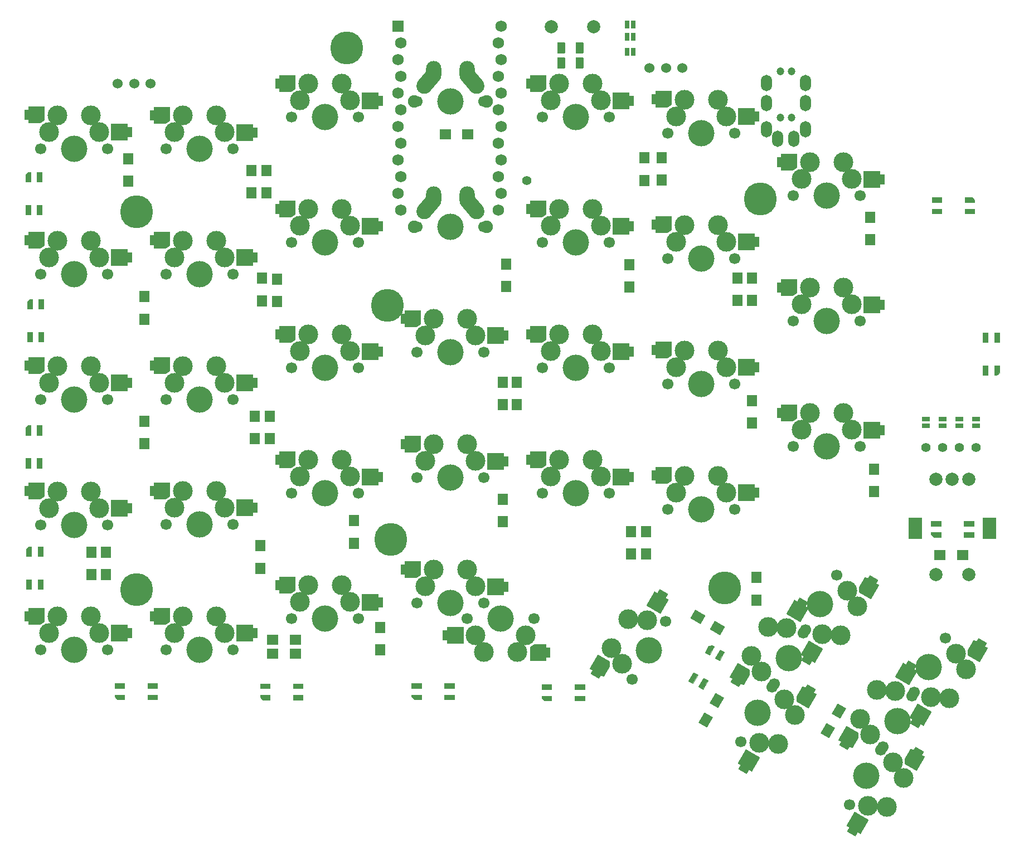
<source format=gts>
G04 #@! TF.GenerationSoftware,KiCad,Pcbnew,(6.0.10)*
G04 #@! TF.CreationDate,2023-03-19T21:25:36+07:00*
G04 #@! TF.ProjectId,ergodash,6572676f-6461-4736-982e-6b696361645f,2.0*
G04 #@! TF.SameCoordinates,Original*
G04 #@! TF.FileFunction,Soldermask,Top*
G04 #@! TF.FilePolarity,Negative*
%FSLAX46Y46*%
G04 Gerber Fmt 4.6, Leading zero omitted, Abs format (unit mm)*
G04 Created by KiCad (PCBNEW (6.0.10)) date 2023-03-19 21:25:36*
%MOMM*%
%LPD*%
G01*
G04 APERTURE LIST*
G04 Aperture macros list*
%AMRoundRect*
0 Rectangle with rounded corners*
0 $1 Rounding radius*
0 $2 $3 $4 $5 $6 $7 $8 $9 X,Y pos of 4 corners*
0 Add a 4 corners polygon primitive as box body*
4,1,4,$2,$3,$4,$5,$6,$7,$8,$9,$2,$3,0*
0 Add four circle primitives for the rounded corners*
1,1,$1+$1,$2,$3*
1,1,$1+$1,$4,$5*
1,1,$1+$1,$6,$7*
1,1,$1+$1,$8,$9*
0 Add four rect primitives between the rounded corners*
20,1,$1+$1,$2,$3,$4,$5,0*
20,1,$1+$1,$4,$5,$6,$7,0*
20,1,$1+$1,$6,$7,$8,$9,0*
20,1,$1+$1,$8,$9,$2,$3,0*%
%AMHorizOval*
0 Thick line with rounded ends*
0 $1 width*
0 $2 $3 position (X,Y) of the first rounded end (center of the circle)*
0 $4 $5 position (X,Y) of the second rounded end (center of the circle)*
0 Add line between two ends*
20,1,$1,$2,$3,$4,$5,0*
0 Add two circle primitives to create the rounded ends*
1,1,$1,$2,$3*
1,1,$1,$4,$5*%
%AMRotRect*
0 Rectangle, with rotation*
0 The origin of the aperture is its center*
0 $1 length*
0 $2 width*
0 $3 Rotation angle, in degrees counterclockwise*
0 Add horizontal line*
21,1,$1,$2,0,0,$3*%
%AMFreePoly0*
4,1,24,2.735355,1.235355,2.750000,1.200000,2.750000,-0.800000,2.748029,-0.804757,2.749028,-0.809806,2.740927,-0.821903,2.735355,-0.835355,2.730600,-0.837325,2.727735,-0.841603,2.127735,-1.241603,2.113450,-1.244429,2.100000,-1.250000,0.300000,-1.250000,0.264645,-1.235355,0.250000,-1.200000,0.250000,-0.750000,-0.350000,-0.750000,-0.350000,0.750000,0.250000,0.750000,0.250000,1.200000,
0.264645,1.235355,0.300000,1.250000,2.700000,1.250000,2.735355,1.235355,2.735355,1.235355,$1*%
%AMFreePoly1*
4,1,17,-0.364645,1.235355,-0.350000,1.200000,-0.350000,0.750000,0.350000,0.750000,0.350000,-0.750000,-0.350000,-0.750000,-0.350000,-1.200000,-0.364645,-1.235355,-0.400000,-1.250000,-2.800000,-1.250000,-2.835355,-1.235355,-2.850000,-1.200000,-2.850000,1.200000,-2.835355,1.235355,-2.800000,1.250000,-0.400000,1.250000,-0.364645,1.235355,-0.364645,1.235355,$1*%
G04 Aperture macros list end*
%ADD10C,0.100000*%
%ADD11RoundRect,0.250000X-0.375000X-0.625000X0.375000X-0.625000X0.375000X0.625000X-0.375000X0.625000X0*%
%ADD12C,5.000000*%
%ADD13C,1.524000*%
%ADD14RotRect,1.800000X1.500000X60.000000*%
%ADD15C,1.700000*%
%ADD16C,1.900000*%
%ADD17C,4.000000*%
%ADD18HorizOval,2.400000X0.578509X0.689440X-0.578509X-0.689440X0*%
%ADD19O,2.300000X3.337000*%
%ADD20HorizOval,2.400000X0.578509X-0.689440X-0.578509X0.689440X0*%
%ADD21R,1.500000X1.800000*%
%ADD22R,1.800000X1.500000*%
%ADD23RotRect,1.800000X1.500000X150.000000*%
%ADD24R,1.143000X0.635000*%
%ADD25C,1.397000*%
%ADD26C,3.000000*%
%ADD27FreePoly0,0.000000*%
%ADD28FreePoly1,0.000000*%
%ADD29FreePoly0,240.000000*%
%ADD30FreePoly1,240.000000*%
%ADD31FreePoly0,180.000000*%
%ADD32FreePoly1,180.000000*%
%ADD33FreePoly0,60.000000*%
%ADD34FreePoly1,60.000000*%
%ADD35C,1.200000*%
%ADD36O,1.700000X2.500000*%
%ADD37R,0.635000X1.143000*%
%ADD38C,2.000000*%
%ADD39R,1.752600X1.752600*%
%ADD40C,1.752600*%
%ADD41R,2.000000X3.200000*%
G04 APERTURE END LIST*
G36*
X80359000Y-63023000D02*
G01*
X79609000Y-63023000D01*
X79609000Y-61923000D01*
X80009000Y-61523000D01*
X80359000Y-61523000D01*
X80359000Y-63023000D01*
G37*
D10*
X80359000Y-63023000D02*
X79609000Y-63023000D01*
X79609000Y-61923000D01*
X80009000Y-61523000D01*
X80359000Y-61523000D01*
X80359000Y-63023000D01*
G36*
X80359000Y-68023000D02*
G01*
X79609000Y-68023000D01*
X79609000Y-66523000D01*
X80359000Y-66523000D01*
X80359000Y-68023000D01*
G37*
X80359000Y-68023000D02*
X79609000Y-68023000D01*
X79609000Y-66523000D01*
X80359000Y-66523000D01*
X80359000Y-68023000D01*
G36*
X82109000Y-63023000D02*
G01*
X81359000Y-63023000D01*
X81359000Y-61523000D01*
X82109000Y-61523000D01*
X82109000Y-63023000D01*
G37*
X82109000Y-63023000D02*
X81359000Y-63023000D01*
X81359000Y-61523000D01*
X82109000Y-61523000D01*
X82109000Y-63023000D01*
G36*
X82109000Y-68023000D02*
G01*
X81359000Y-68023000D01*
X81359000Y-66523000D01*
X82109000Y-66523000D01*
X82109000Y-68023000D01*
G37*
X82109000Y-68023000D02*
X81359000Y-68023000D01*
X81359000Y-66523000D01*
X82109000Y-66523000D01*
X82109000Y-68023000D01*
G36*
X82109000Y-101504000D02*
G01*
X81359000Y-101504000D01*
X81359000Y-100004000D01*
X82109000Y-100004000D01*
X82109000Y-101504000D01*
G37*
X82109000Y-101504000D02*
X81359000Y-101504000D01*
X81359000Y-100004000D01*
X82109000Y-100004000D01*
X82109000Y-101504000D01*
G36*
X80359000Y-106504000D02*
G01*
X79609000Y-106504000D01*
X79609000Y-105004000D01*
X80359000Y-105004000D01*
X80359000Y-106504000D01*
G37*
X80359000Y-106504000D02*
X79609000Y-106504000D01*
X79609000Y-105004000D01*
X80359000Y-105004000D01*
X80359000Y-106504000D01*
G36*
X80359000Y-101504000D02*
G01*
X79609000Y-101504000D01*
X79609000Y-100404000D01*
X80009000Y-100004000D01*
X80359000Y-100004000D01*
X80359000Y-101504000D01*
G37*
X80359000Y-101504000D02*
X79609000Y-101504000D01*
X79609000Y-100404000D01*
X80009000Y-100004000D01*
X80359000Y-100004000D01*
X80359000Y-101504000D01*
G36*
X82109000Y-106504000D02*
G01*
X81359000Y-106504000D01*
X81359000Y-105004000D01*
X82109000Y-105004000D01*
X82109000Y-106504000D01*
G37*
X82109000Y-106504000D02*
X81359000Y-106504000D01*
X81359000Y-105004000D01*
X82109000Y-105004000D01*
X82109000Y-106504000D01*
G36*
X159517600Y-140103600D02*
G01*
X158017600Y-140103600D01*
X158017600Y-139353600D01*
X159517600Y-139353600D01*
X159517600Y-140103600D01*
G37*
X159517600Y-140103600D02*
X158017600Y-140103600D01*
X158017600Y-139353600D01*
X159517600Y-139353600D01*
X159517600Y-140103600D01*
G36*
X159517600Y-141853600D02*
G01*
X158417600Y-141853600D01*
X158017600Y-141453600D01*
X158017600Y-141103600D01*
X159517600Y-141103600D01*
X159517600Y-141853600D01*
G37*
X159517600Y-141853600D02*
X158417600Y-141853600D01*
X158017600Y-141453600D01*
X158017600Y-141103600D01*
X159517600Y-141103600D01*
X159517600Y-141853600D01*
G36*
X164517600Y-141853600D02*
G01*
X163017600Y-141853600D01*
X163017600Y-141103600D01*
X164517600Y-141103600D01*
X164517600Y-141853600D01*
G37*
X164517600Y-141853600D02*
X163017600Y-141853600D01*
X163017600Y-141103600D01*
X164517600Y-141103600D01*
X164517600Y-141853600D01*
G36*
X164517600Y-140103600D02*
G01*
X163017600Y-140103600D01*
X163017600Y-139353600D01*
X164517600Y-139353600D01*
X164517600Y-140103600D01*
G37*
X164517600Y-140103600D02*
X163017600Y-140103600D01*
X163017600Y-139353600D01*
X164517600Y-139353600D01*
X164517600Y-140103600D01*
G36*
X82363000Y-87321000D02*
G01*
X81613000Y-87321000D01*
X81613000Y-85821000D01*
X82363000Y-85821000D01*
X82363000Y-87321000D01*
G37*
X82363000Y-87321000D02*
X81613000Y-87321000D01*
X81613000Y-85821000D01*
X82363000Y-85821000D01*
X82363000Y-87321000D01*
G36*
X80613000Y-87321000D02*
G01*
X79863000Y-87321000D01*
X79863000Y-85821000D01*
X80613000Y-85821000D01*
X80613000Y-87321000D01*
G37*
X80613000Y-87321000D02*
X79863000Y-87321000D01*
X79863000Y-85821000D01*
X80613000Y-85821000D01*
X80613000Y-87321000D01*
G36*
X80613000Y-82321000D02*
G01*
X79863000Y-82321000D01*
X79863000Y-81221000D01*
X80263000Y-80821000D01*
X80613000Y-80821000D01*
X80613000Y-82321000D01*
G37*
X80613000Y-82321000D02*
X79863000Y-82321000D01*
X79863000Y-81221000D01*
X80263000Y-80821000D01*
X80613000Y-80821000D01*
X80613000Y-82321000D01*
G36*
X82363000Y-82321000D02*
G01*
X81613000Y-82321000D01*
X81613000Y-80821000D01*
X82363000Y-80821000D01*
X82363000Y-82321000D01*
G37*
X82363000Y-82321000D02*
X81613000Y-82321000D01*
X81613000Y-80821000D01*
X82363000Y-80821000D01*
X82363000Y-82321000D01*
G36*
X82249000Y-119916000D02*
G01*
X81499000Y-119916000D01*
X81499000Y-118416000D01*
X82249000Y-118416000D01*
X82249000Y-119916000D01*
G37*
X82249000Y-119916000D02*
X81499000Y-119916000D01*
X81499000Y-118416000D01*
X82249000Y-118416000D01*
X82249000Y-119916000D01*
G36*
X82249000Y-124916000D02*
G01*
X81499000Y-124916000D01*
X81499000Y-123416000D01*
X82249000Y-123416000D01*
X82249000Y-124916000D01*
G37*
X82249000Y-124916000D02*
X81499000Y-124916000D01*
X81499000Y-123416000D01*
X82249000Y-123416000D01*
X82249000Y-124916000D01*
G36*
X80499000Y-124916000D02*
G01*
X79749000Y-124916000D01*
X79749000Y-123416000D01*
X80499000Y-123416000D01*
X80499000Y-124916000D01*
G37*
X80499000Y-124916000D02*
X79749000Y-124916000D01*
X79749000Y-123416000D01*
X80499000Y-123416000D01*
X80499000Y-124916000D01*
G36*
X80499000Y-119916000D02*
G01*
X79749000Y-119916000D01*
X79749000Y-118816000D01*
X80149000Y-118416000D01*
X80499000Y-118416000D01*
X80499000Y-119916000D01*
G37*
X80499000Y-119916000D02*
X79749000Y-119916000D01*
X79749000Y-118816000D01*
X80149000Y-118416000D01*
X80499000Y-118416000D01*
X80499000Y-119916000D01*
G36*
X116741000Y-141739000D02*
G01*
X115641000Y-141739000D01*
X115241000Y-141339000D01*
X115241000Y-140989000D01*
X116741000Y-140989000D01*
X116741000Y-141739000D01*
G37*
X116741000Y-141739000D02*
X115641000Y-141739000D01*
X115241000Y-141339000D01*
X115241000Y-140989000D01*
X116741000Y-140989000D01*
X116741000Y-141739000D01*
G36*
X121741000Y-139989000D02*
G01*
X120241000Y-139989000D01*
X120241000Y-139239000D01*
X121741000Y-139239000D01*
X121741000Y-139989000D01*
G37*
X121741000Y-139989000D02*
X120241000Y-139989000D01*
X120241000Y-139239000D01*
X121741000Y-139239000D01*
X121741000Y-139989000D01*
G36*
X121741000Y-141739000D02*
G01*
X120241000Y-141739000D01*
X120241000Y-140989000D01*
X121741000Y-140989000D01*
X121741000Y-141739000D01*
G37*
X121741000Y-141739000D02*
X120241000Y-141739000D01*
X120241000Y-140989000D01*
X121741000Y-140989000D01*
X121741000Y-141739000D01*
G36*
X116741000Y-139989000D02*
G01*
X115241000Y-139989000D01*
X115241000Y-139239000D01*
X116741000Y-139239000D01*
X116741000Y-139989000D01*
G37*
X116741000Y-139989000D02*
X115241000Y-139989000D01*
X115241000Y-139239000D01*
X116741000Y-139239000D01*
X116741000Y-139989000D01*
G36*
X94643000Y-139935000D02*
G01*
X93143000Y-139935000D01*
X93143000Y-139185000D01*
X94643000Y-139185000D01*
X94643000Y-139935000D01*
G37*
X94643000Y-139935000D02*
X93143000Y-139935000D01*
X93143000Y-139185000D01*
X94643000Y-139185000D01*
X94643000Y-139935000D01*
G36*
X99643000Y-141685000D02*
G01*
X98143000Y-141685000D01*
X98143000Y-140935000D01*
X99643000Y-140935000D01*
X99643000Y-141685000D01*
G37*
X99643000Y-141685000D02*
X98143000Y-141685000D01*
X98143000Y-140935000D01*
X99643000Y-140935000D01*
X99643000Y-141685000D01*
G36*
X94643000Y-141685000D02*
G01*
X93543000Y-141685000D01*
X93143000Y-141260000D01*
X93143000Y-140935000D01*
X94643000Y-140935000D01*
X94643000Y-141685000D01*
G37*
X94643000Y-141685000D02*
X93543000Y-141685000D01*
X93143000Y-141260000D01*
X93143000Y-140935000D01*
X94643000Y-140935000D01*
X94643000Y-141685000D01*
G36*
X99643000Y-139935000D02*
G01*
X98143000Y-139935000D01*
X98143000Y-139185000D01*
X99643000Y-139185000D01*
X99643000Y-139935000D01*
G37*
X99643000Y-139935000D02*
X98143000Y-139935000D01*
X98143000Y-139185000D01*
X99643000Y-139185000D01*
X99643000Y-139935000D01*
G36*
X184239385Y-133588217D02*
G01*
X183489385Y-134887256D01*
X182839866Y-134512256D01*
X183389866Y-133559628D01*
X183957927Y-133425717D01*
X184239385Y-133588217D01*
G37*
X184239385Y-133588217D02*
X183489385Y-134887256D01*
X182839866Y-134512256D01*
X183389866Y-133559628D01*
X183957927Y-133425717D01*
X184239385Y-133588217D01*
G36*
X183254929Y-138793344D02*
G01*
X182504929Y-140092383D01*
X181855410Y-139717383D01*
X182605410Y-138418344D01*
X183254929Y-138793344D01*
G37*
X183254929Y-138793344D02*
X182504929Y-140092383D01*
X181855410Y-139717383D01*
X182605410Y-138418344D01*
X183254929Y-138793344D01*
G36*
X181739385Y-137918344D02*
G01*
X180989385Y-139217383D01*
X180339866Y-138842383D01*
X181089866Y-137543344D01*
X181739385Y-137918344D01*
G37*
X181739385Y-137918344D02*
X180989385Y-139217383D01*
X180339866Y-138842383D01*
X181089866Y-137543344D01*
X181739385Y-137918344D01*
G36*
X185754929Y-134463217D02*
G01*
X185004929Y-135762256D01*
X184355410Y-135387256D01*
X185105410Y-134088217D01*
X185754929Y-134463217D01*
G37*
X185754929Y-134463217D02*
X185004929Y-135762256D01*
X184355410Y-135387256D01*
X185105410Y-134088217D01*
X185754929Y-134463217D01*
G36*
X225761600Y-92404000D02*
G01*
X225011600Y-92404000D01*
X225011600Y-90904000D01*
X225761600Y-90904000D01*
X225761600Y-92404000D01*
G37*
X225761600Y-92404000D02*
X225011600Y-92404000D01*
X225011600Y-90904000D01*
X225761600Y-90904000D01*
X225761600Y-92404000D01*
G36*
X227511600Y-87404000D02*
G01*
X226761600Y-87404000D01*
X226761600Y-85904000D01*
X227511600Y-85904000D01*
X227511600Y-87404000D01*
G37*
X227511600Y-87404000D02*
X226761600Y-87404000D01*
X226761600Y-85904000D01*
X227511600Y-85904000D01*
X227511600Y-87404000D01*
G36*
X225761600Y-87404000D02*
G01*
X225011600Y-87404000D01*
X225011600Y-85904000D01*
X225761600Y-85904000D01*
X225761600Y-87404000D01*
G37*
X225761600Y-87404000D02*
X225011600Y-87404000D01*
X225011600Y-85904000D01*
X225761600Y-85904000D01*
X225761600Y-87404000D01*
G36*
X227511600Y-92004000D02*
G01*
X227086600Y-92404000D01*
X226761600Y-92404000D01*
X226761600Y-90904000D01*
X227511600Y-90904000D01*
X227511600Y-92004000D01*
G37*
X227511600Y-92004000D02*
X227086600Y-92404000D01*
X226761600Y-92404000D01*
X226761600Y-90904000D01*
X227511600Y-90904000D01*
X227511600Y-92004000D01*
G36*
X144728000Y-141685000D02*
G01*
X143228000Y-141685000D01*
X143228000Y-140935000D01*
X144728000Y-140935000D01*
X144728000Y-141685000D01*
G37*
X144728000Y-141685000D02*
X143228000Y-141685000D01*
X143228000Y-140935000D01*
X144728000Y-140935000D01*
X144728000Y-141685000D01*
G36*
X139728000Y-139935000D02*
G01*
X138228000Y-139935000D01*
X138228000Y-139185000D01*
X139728000Y-139185000D01*
X139728000Y-139935000D01*
G37*
X139728000Y-139935000D02*
X138228000Y-139935000D01*
X138228000Y-139185000D01*
X139728000Y-139185000D01*
X139728000Y-139935000D01*
G36*
X139728000Y-141685000D02*
G01*
X138628000Y-141685000D01*
X138228000Y-141260000D01*
X138228000Y-140935000D01*
X139728000Y-140935000D01*
X139728000Y-141685000D01*
G37*
X139728000Y-141685000D02*
X138628000Y-141685000D01*
X138228000Y-141260000D01*
X138228000Y-140935000D01*
X139728000Y-140935000D01*
X139728000Y-141685000D01*
G36*
X144728000Y-139935000D02*
G01*
X143228000Y-139935000D01*
X143228000Y-139185000D01*
X144728000Y-139185000D01*
X144728000Y-139935000D01*
G37*
X144728000Y-139935000D02*
X143228000Y-139935000D01*
X143228000Y-139185000D01*
X144728000Y-139185000D01*
X144728000Y-139935000D01*
G36*
X223635000Y-117032000D02*
G01*
X222135000Y-117032000D01*
X222135000Y-116282000D01*
X223635000Y-116282000D01*
X223635000Y-117032000D01*
G37*
X223635000Y-117032000D02*
X222135000Y-117032000D01*
X222135000Y-116282000D01*
X223635000Y-116282000D01*
X223635000Y-117032000D01*
G36*
X223635000Y-115282000D02*
G01*
X222135000Y-115282000D01*
X222135000Y-114532000D01*
X223635000Y-114532000D01*
X223635000Y-115282000D01*
G37*
X223635000Y-115282000D02*
X222135000Y-115282000D01*
X222135000Y-114532000D01*
X223635000Y-114532000D01*
X223635000Y-115282000D01*
G36*
X218635000Y-117032000D02*
G01*
X217535000Y-117032000D01*
X217135000Y-116607000D01*
X217135000Y-116282000D01*
X218635000Y-116282000D01*
X218635000Y-117032000D01*
G37*
X218635000Y-117032000D02*
X217535000Y-117032000D01*
X217135000Y-116607000D01*
X217135000Y-116282000D01*
X218635000Y-116282000D01*
X218635000Y-117032000D01*
G36*
X218635000Y-115282000D02*
G01*
X217135000Y-115282000D01*
X217135000Y-114532000D01*
X218635000Y-114532000D01*
X218635000Y-115282000D01*
G37*
X218635000Y-115282000D02*
X217135000Y-115282000D01*
X217135000Y-114532000D01*
X218635000Y-114532000D01*
X218635000Y-115282000D01*
G36*
X218772800Y-67850400D02*
G01*
X217272800Y-67850400D01*
X217272800Y-67100400D01*
X218772800Y-67100400D01*
X218772800Y-67850400D01*
G37*
X218772800Y-67850400D02*
X217272800Y-67850400D01*
X217272800Y-67100400D01*
X218772800Y-67100400D01*
X218772800Y-67850400D01*
G36*
X223772800Y-65775400D02*
G01*
X223772800Y-66100400D01*
X222272800Y-66100400D01*
X222272800Y-65350400D01*
X223372800Y-65350400D01*
X223772800Y-65775400D01*
G37*
X223772800Y-65775400D02*
X223772800Y-66100400D01*
X222272800Y-66100400D01*
X222272800Y-65350400D01*
X223372800Y-65350400D01*
X223772800Y-65775400D01*
G36*
X218772800Y-66100400D02*
G01*
X217272800Y-66100400D01*
X217272800Y-65350400D01*
X218772800Y-65350400D01*
X218772800Y-66100400D01*
G37*
X218772800Y-66100400D02*
X217272800Y-66100400D01*
X217272800Y-65350400D01*
X218772800Y-65350400D01*
X218772800Y-66100400D01*
G36*
X223772800Y-67850400D02*
G01*
X222272800Y-67850400D01*
X222272800Y-67100400D01*
X223772800Y-67100400D01*
X223772800Y-67850400D01*
G37*
X223772800Y-67850400D02*
X222272800Y-67850400D01*
X222272800Y-67100400D01*
X223772800Y-67100400D01*
X223772800Y-67850400D01*
D11*
X161033000Y-44958000D03*
X163833000Y-44958000D03*
D12*
X134620000Y-81788000D03*
X191245000Y-65644250D03*
X185801000Y-124714000D03*
X96520000Y-67564000D03*
X96520000Y-124968000D03*
D13*
X93639000Y-48133000D03*
X96139000Y-48133000D03*
X98639000Y-48133000D03*
X174411000Y-45720000D03*
X176911000Y-45720000D03*
X179411000Y-45720000D03*
D12*
X135128000Y-117348000D03*
X128397000Y-42672000D03*
D14*
X201461000Y-146379243D03*
X203161000Y-143434757D03*
D15*
X139065000Y-50831750D03*
X149225000Y-50831750D03*
D16*
X149645000Y-50831750D03*
D17*
X144145000Y-50831750D03*
D16*
X138645000Y-50831750D03*
D18*
X140784951Y-47755519D03*
D19*
X141625000Y-46331750D03*
D20*
X147505049Y-47755519D03*
D19*
X146665000Y-46331750D03*
D16*
X149645000Y-69881750D03*
D17*
X144145000Y-69881750D03*
D16*
X138645000Y-69881750D03*
D15*
X149225000Y-69881750D03*
X139065000Y-69881750D03*
D19*
X141625000Y-65381750D03*
D18*
X140784951Y-66805519D03*
D19*
X146665000Y-65381750D03*
D20*
X147505049Y-66805519D03*
D21*
X95250000Y-62914000D03*
X95250000Y-59514000D03*
X97663000Y-83869000D03*
X97663000Y-80469000D03*
X97663000Y-102792000D03*
X97663000Y-99392000D03*
X91846400Y-122654800D03*
X91846400Y-119254800D03*
X113919000Y-64692000D03*
X113919000Y-61292000D03*
X115570000Y-81075000D03*
X115570000Y-77675000D03*
X114427000Y-102030000D03*
X114427000Y-98630000D03*
X115316000Y-121715000D03*
X115316000Y-118315000D03*
X116205000Y-64692000D03*
X116205000Y-61292000D03*
X117856000Y-81202000D03*
X117856000Y-77802000D03*
X116713000Y-102030000D03*
X116713000Y-98630000D03*
X129540000Y-117905000D03*
X129540000Y-114505000D03*
D22*
X143412000Y-55829200D03*
X146812000Y-55829200D03*
D21*
X152654000Y-78916000D03*
X152654000Y-75516000D03*
X152095200Y-114628400D03*
X152095200Y-111228400D03*
X173609000Y-62787000D03*
X173609000Y-59387000D03*
X154228800Y-96899200D03*
X154228800Y-93499200D03*
X171577000Y-119556000D03*
X171577000Y-116156000D03*
X176276000Y-62710800D03*
X176276000Y-59310800D03*
X187756800Y-81049600D03*
X187756800Y-77649600D03*
X189941200Y-99693200D03*
X189941200Y-96293200D03*
X173863000Y-119556000D03*
X173863000Y-116156000D03*
X207873600Y-71804000D03*
X207873600Y-68404000D03*
X189941200Y-81049600D03*
X189941200Y-77649600D03*
X208534000Y-110107200D03*
X208534000Y-106707200D03*
X190627000Y-126541000D03*
X190627000Y-123141000D03*
X89662000Y-122654800D03*
X89662000Y-119254800D03*
D22*
X120572000Y-134747000D03*
X117172000Y-134747000D03*
X120572000Y-132588000D03*
X117172000Y-132588000D03*
D23*
X184702273Y-130824000D03*
X181757787Y-129124000D03*
D14*
X182907200Y-144778086D03*
X184607200Y-141833600D03*
D21*
X133477000Y-134140000D03*
X133477000Y-130740000D03*
X152095200Y-96899200D03*
X152095200Y-93499200D03*
X171297600Y-78966800D03*
X171297600Y-75566800D03*
D24*
X224028000Y-99067620D03*
X224028000Y-100068380D03*
D25*
X216408000Y-103378000D03*
X218948000Y-103378000D03*
X221488000Y-103378000D03*
X224028000Y-103378000D03*
D15*
X130175000Y-110363000D03*
D26*
X128905000Y-107823000D03*
X121285000Y-107822999D03*
X127635000Y-105283000D03*
D17*
X125095000Y-110363000D03*
D15*
X120015000Y-110363000D03*
D26*
X122555000Y-105283000D03*
D27*
X117895000Y-105263000D03*
D28*
X133595000Y-107863000D03*
D15*
X188250000Y-148099709D03*
D26*
X196459409Y-144040595D03*
X191084705Y-148269857D03*
X194894705Y-141670744D03*
D15*
X193330000Y-139300891D03*
D17*
X190790000Y-143700300D03*
D26*
X193919409Y-148440005D03*
D29*
X198806730Y-140014917D03*
D30*
X188705064Y-152311516D03*
D26*
X147955000Y-131953000D03*
X149225000Y-134493000D03*
D15*
X146685000Y-129413000D03*
D26*
X154305000Y-134493000D03*
X155575000Y-131953001D03*
D17*
X151765000Y-129413000D03*
D15*
X156845000Y-129413000D03*
D31*
X158965000Y-134513000D03*
D32*
X143265000Y-131913000D03*
D15*
X100965000Y-134112000D03*
D26*
X103505000Y-129032000D03*
X102235000Y-131571999D03*
D15*
X111125000Y-134112000D03*
D26*
X109855000Y-131572000D03*
D17*
X106045000Y-134112000D03*
D26*
X108585000Y-129032000D03*
D27*
X98845000Y-129012000D03*
D28*
X114545000Y-131612000D03*
D26*
X208921091Y-140236595D03*
D17*
X212050500Y-144976300D03*
D26*
X211755795Y-140406743D03*
X206381091Y-144636005D03*
X207945795Y-147005856D03*
D15*
X214590500Y-140576891D03*
X209510500Y-149375709D03*
D33*
X204033770Y-148661683D03*
D34*
X214135436Y-136365084D03*
D26*
X128905000Y-50673000D03*
X127635000Y-48133000D03*
D15*
X130175000Y-53213000D03*
X120015000Y-53213000D03*
D17*
X125095000Y-53213000D03*
D26*
X121285000Y-50672999D03*
X122555000Y-48133000D03*
D27*
X117895000Y-48113000D03*
D28*
X133595000Y-50713000D03*
D26*
X159385000Y-88772999D03*
X165735000Y-86233000D03*
X160655000Y-86233000D03*
X167005000Y-88773000D03*
D15*
X158115000Y-91313000D03*
X168275000Y-91313000D03*
D17*
X163195000Y-91313000D03*
D27*
X155995000Y-86213000D03*
D28*
X171695000Y-88813000D03*
D15*
X81915000Y-96075500D03*
D26*
X83185000Y-93535499D03*
X89535000Y-90995500D03*
D17*
X86995000Y-96075500D03*
D26*
X90805000Y-93535500D03*
D15*
X92075000Y-96075500D03*
D26*
X84455000Y-90995500D03*
D27*
X79795000Y-90975500D03*
D28*
X95495000Y-93575500D03*
D15*
X130175000Y-91313000D03*
D26*
X122555000Y-86233000D03*
D17*
X125095000Y-91313000D03*
D26*
X127635000Y-86233000D03*
D15*
X120015000Y-91313000D03*
D26*
X128905000Y-88773000D03*
X121285000Y-88772999D03*
D27*
X117895000Y-86213000D03*
D28*
X133595000Y-88813000D03*
D26*
X89535000Y-129032001D03*
X83185000Y-131572000D03*
X90805000Y-131572001D03*
D17*
X86995000Y-134112001D03*
D26*
X84455000Y-129032001D03*
D15*
X81915000Y-134112001D03*
X92075000Y-134112001D03*
D27*
X79795000Y-129012001D03*
D28*
X95495000Y-131612001D03*
D25*
X155752800Y-62788800D03*
D35*
X195992000Y-53215000D03*
X195992000Y-46215000D03*
X194242000Y-46215000D03*
X194242000Y-53215000D03*
D36*
X192142000Y-55015000D03*
X198092000Y-55015000D03*
X192142000Y-51015000D03*
X198092000Y-51015000D03*
X198092000Y-48015000D03*
X192142000Y-48015000D03*
X196342000Y-56515000D03*
X193892000Y-56515000D03*
D17*
X182245000Y-55594250D03*
D26*
X184785000Y-50514250D03*
D15*
X177165000Y-55594250D03*
D26*
X178435000Y-53054249D03*
X179705000Y-50514250D03*
X186055000Y-53054250D03*
D15*
X187325000Y-55594250D03*
D27*
X175045000Y-50494250D03*
D28*
X190745000Y-53094250D03*
D26*
X165735000Y-105283000D03*
X167005000Y-107823000D03*
D17*
X163195000Y-110363000D03*
D26*
X159385000Y-107822999D03*
X160655000Y-105283000D03*
D15*
X168275000Y-110363000D03*
X158115000Y-110363000D03*
D27*
X155995000Y-105263000D03*
D28*
X171695000Y-107863000D03*
D11*
X161033000Y-42672000D03*
X163833000Y-42672000D03*
D24*
X221488000Y-99060000D03*
X221488000Y-100060760D03*
D26*
X168622591Y-133834955D03*
D15*
X171752000Y-138574659D03*
D26*
X173997295Y-129605693D03*
D15*
X176832000Y-129775841D03*
D26*
X170187295Y-136204806D03*
D17*
X174292000Y-134175250D03*
D26*
X171162591Y-129435545D03*
D33*
X166275270Y-137860633D03*
D34*
X176376936Y-125564034D03*
D26*
X198755000Y-60039250D03*
X197485000Y-62579249D03*
D15*
X196215000Y-65119250D03*
D26*
X203835000Y-60039250D03*
X205105000Y-62579250D03*
D17*
X201295000Y-65119250D03*
D15*
X206375000Y-65119250D03*
D27*
X194095000Y-60019250D03*
D28*
X209795000Y-62619250D03*
D26*
X203454000Y-131907410D03*
D17*
X200324591Y-127167705D03*
D15*
X197784591Y-131567114D03*
X202864591Y-122768296D03*
D26*
X204429296Y-125138149D03*
X205994000Y-127508000D03*
X200619296Y-131737262D03*
D29*
X208341321Y-123482322D03*
D30*
X198239655Y-135778921D03*
D24*
X216408000Y-99067620D03*
X216408000Y-100068380D03*
D26*
X109855000Y-112522000D03*
X108585000Y-109982000D03*
D15*
X111125000Y-115062000D03*
X100965000Y-115062000D03*
D26*
X102235000Y-112521999D03*
D17*
X106045000Y-115062000D03*
D26*
X103505000Y-109982000D03*
D27*
X98845000Y-109962000D03*
D28*
X114545000Y-112562000D03*
D26*
X102235000Y-74485499D03*
X103505000Y-71945500D03*
D15*
X100965000Y-77025500D03*
D26*
X108585000Y-71945500D03*
X109855000Y-74485500D03*
D17*
X106045000Y-77025500D03*
D15*
X111125000Y-77025500D03*
D27*
X98845000Y-71925500D03*
D28*
X114545000Y-74525500D03*
D26*
X207582705Y-157794907D03*
D15*
X209828000Y-148825941D03*
D26*
X210417409Y-157965055D03*
X212957409Y-153565645D03*
D15*
X204748000Y-157624759D03*
D17*
X207288000Y-153225350D03*
D26*
X211392705Y-151195794D03*
D29*
X215304730Y-149539967D03*
D30*
X205203064Y-161836566D03*
D15*
X177165000Y-74644250D03*
D26*
X184785000Y-69564250D03*
X179705000Y-69564250D03*
X178435000Y-72104249D03*
D17*
X182245000Y-74644250D03*
D26*
X186055000Y-72104250D03*
D15*
X187325000Y-74644250D03*
D27*
X175045000Y-69544250D03*
D28*
X190745000Y-72144250D03*
D17*
X144145000Y-127031750D03*
D26*
X147955000Y-124491750D03*
X146685000Y-121951750D03*
D15*
X139065000Y-127031750D03*
D26*
X140335000Y-124491749D03*
D15*
X149225000Y-127031750D03*
D26*
X141605000Y-121951750D03*
D27*
X136945000Y-121931750D03*
D28*
X152645000Y-124531750D03*
D26*
X127635000Y-67183000D03*
D15*
X130175000Y-72263000D03*
D26*
X128905000Y-69723000D03*
D17*
X125095000Y-72263000D03*
D26*
X121285000Y-69722999D03*
X122555000Y-67183000D03*
D15*
X120015000Y-72263000D03*
D27*
X117895000Y-67163000D03*
D28*
X133595000Y-69763000D03*
D15*
X92075000Y-77025500D03*
D26*
X83185000Y-74485499D03*
D17*
X86995000Y-77025500D03*
D26*
X89535000Y-71945500D03*
X90805000Y-74485500D03*
X84455000Y-71945500D03*
D15*
X81915000Y-77025500D03*
D27*
X79795000Y-71925500D03*
D28*
X95495000Y-74525500D03*
D26*
X205105000Y-100711001D03*
X203835000Y-98171001D03*
X197485000Y-100711000D03*
D17*
X201295000Y-103251001D03*
D26*
X198755000Y-98171001D03*
D15*
X206375000Y-103251001D03*
X196215000Y-103251001D03*
D27*
X194095000Y-98151001D03*
D28*
X209795000Y-100751001D03*
D26*
X128905000Y-126873000D03*
D17*
X125095000Y-129413000D03*
D15*
X120015000Y-129413000D03*
X130175000Y-129413000D03*
D26*
X127635000Y-124333000D03*
X122555000Y-124333000D03*
X121285000Y-126872999D03*
D27*
X117895000Y-124313000D03*
D28*
X133595000Y-126913000D03*
D24*
X218948000Y-99067620D03*
X218948000Y-100068380D03*
D26*
X167005000Y-50673000D03*
D17*
X163195000Y-53213000D03*
D26*
X159385000Y-50672999D03*
D15*
X158115000Y-53213000D03*
D26*
X160655000Y-48133000D03*
X165735000Y-48133000D03*
D15*
X168275000Y-53213000D03*
D27*
X155995000Y-48113000D03*
D28*
X171695000Y-50713000D03*
D26*
X84455000Y-52895500D03*
X83185000Y-55435499D03*
D17*
X86995000Y-57975500D03*
D15*
X92075000Y-57975500D03*
X81915000Y-57975500D03*
D26*
X89535000Y-52895500D03*
X90805000Y-55435500D03*
D27*
X79795000Y-52875500D03*
D28*
X95495000Y-55475500D03*
D37*
X171950380Y-43307000D03*
X170949620Y-43307000D03*
D26*
X167005000Y-69723000D03*
D15*
X158115000Y-72263000D03*
D26*
X160655000Y-67183000D03*
D17*
X163195000Y-72263000D03*
D26*
X159385000Y-69722999D03*
D15*
X168275000Y-72263000D03*
D26*
X165735000Y-67183000D03*
D27*
X155995000Y-67163000D03*
D28*
X171695000Y-69763000D03*
D15*
X187325000Y-112744250D03*
D17*
X182245000Y-112744250D03*
D26*
X178435000Y-110204249D03*
D15*
X177165000Y-112744250D03*
D26*
X184785000Y-107664250D03*
X186055000Y-110204250D03*
X179705000Y-107664250D03*
D27*
X175045000Y-107644250D03*
D28*
X190745000Y-110244250D03*
D26*
X197485000Y-81661000D03*
X205105000Y-81661001D03*
D15*
X196215000Y-84201001D03*
D26*
X203835000Y-79121001D03*
X198755000Y-79121001D03*
D17*
X201295000Y-84201001D03*
D15*
X206375000Y-84201001D03*
D27*
X194095000Y-79101001D03*
D28*
X209795000Y-81701001D03*
D38*
X159437000Y-39497000D03*
X165937000Y-39497000D03*
D15*
X214273000Y-141126759D03*
D17*
X216813000Y-136727350D03*
D26*
X220917705Y-134697794D03*
D15*
X219353000Y-132327941D03*
D26*
X222482409Y-137067645D03*
X219942409Y-141467055D03*
X217107705Y-141296907D03*
D29*
X224829730Y-133041967D03*
D30*
X214728064Y-145338566D03*
D26*
X179705000Y-88614250D03*
X178435000Y-91154249D03*
X186055000Y-91154250D03*
D15*
X177165000Y-93694250D03*
D17*
X182245000Y-93694250D03*
D15*
X187325000Y-93694250D03*
D26*
X184785000Y-88614250D03*
D27*
X175045000Y-88594250D03*
D28*
X190745000Y-91194250D03*
D15*
X192994409Y-139822114D03*
D17*
X195534409Y-135422705D03*
D26*
X195239704Y-130853148D03*
X191429704Y-137452261D03*
D15*
X198074409Y-131023296D03*
D26*
X189865000Y-135082410D03*
X192405000Y-130683000D03*
D33*
X187517679Y-139108088D03*
D34*
X197619345Y-126811489D03*
D15*
X139065000Y-107981750D03*
D26*
X146685000Y-102901750D03*
D17*
X144145000Y-107981750D03*
D26*
X147955000Y-105441750D03*
X140335000Y-105441749D03*
D15*
X149225000Y-107981750D03*
D26*
X141605000Y-102901750D03*
D27*
X136945000Y-102881750D03*
D28*
X152645000Y-105481750D03*
D37*
X170949620Y-41021000D03*
X171950380Y-41021000D03*
X170949620Y-39116000D03*
X171950380Y-39116000D03*
D39*
X136169400Y-39370000D03*
D40*
X136626600Y-41910000D03*
X136169400Y-44450000D03*
X136626600Y-46990000D03*
X136169400Y-49530000D03*
X136626600Y-52070000D03*
X136169400Y-54610000D03*
X136626600Y-57150000D03*
X136169400Y-59690000D03*
X136626600Y-62230000D03*
X136169400Y-64770000D03*
X136626600Y-67310000D03*
X151409400Y-67310000D03*
X151866600Y-64770000D03*
X151409400Y-62230000D03*
X151866600Y-59690000D03*
X151409400Y-57150000D03*
X151866600Y-54610000D03*
X151409400Y-52070000D03*
X151866600Y-49530000D03*
X151409400Y-46990000D03*
X151866600Y-44450000D03*
X151409400Y-41910000D03*
X151866600Y-39370000D03*
D17*
X86995000Y-115125500D03*
D26*
X90805000Y-112585500D03*
X83185000Y-112585499D03*
X84455000Y-110045500D03*
D15*
X81915000Y-115125500D03*
X92075000Y-115125500D03*
D26*
X89535000Y-110045500D03*
D27*
X79795000Y-110025500D03*
D28*
X95495000Y-112625500D03*
D26*
X140335000Y-86359999D03*
X141605000Y-83820000D03*
D15*
X139065000Y-88900000D03*
D26*
X146685000Y-83820000D03*
D15*
X149225000Y-88900000D03*
D26*
X147955000Y-86360000D03*
D17*
X144145000Y-88900000D03*
D27*
X136945000Y-83800000D03*
D28*
X152645000Y-86400000D03*
D41*
X225985000Y-115682000D03*
X214785000Y-115682000D03*
D38*
X222885000Y-108182000D03*
X217885000Y-108182000D03*
X220385000Y-108182000D03*
X217885000Y-122682000D03*
X222885000Y-122682000D03*
D26*
X108585000Y-52959001D03*
X102235000Y-55499000D03*
D17*
X106045000Y-58039001D03*
D26*
X109855000Y-55499001D03*
X103505000Y-52959001D03*
D15*
X100965000Y-58039001D03*
X111125000Y-58039001D03*
D27*
X98845000Y-52939001D03*
D28*
X114545000Y-55539001D03*
D22*
X218518000Y-119735600D03*
X221918000Y-119735600D03*
D26*
X109855000Y-93535500D03*
D15*
X111125000Y-96075500D03*
D26*
X102235000Y-93535499D03*
D15*
X100965000Y-96075500D03*
D17*
X106045000Y-96075500D03*
D26*
X108585000Y-90995500D03*
X103505000Y-90995500D03*
D27*
X98845000Y-90975500D03*
D28*
X114545000Y-93575500D03*
M02*

</source>
